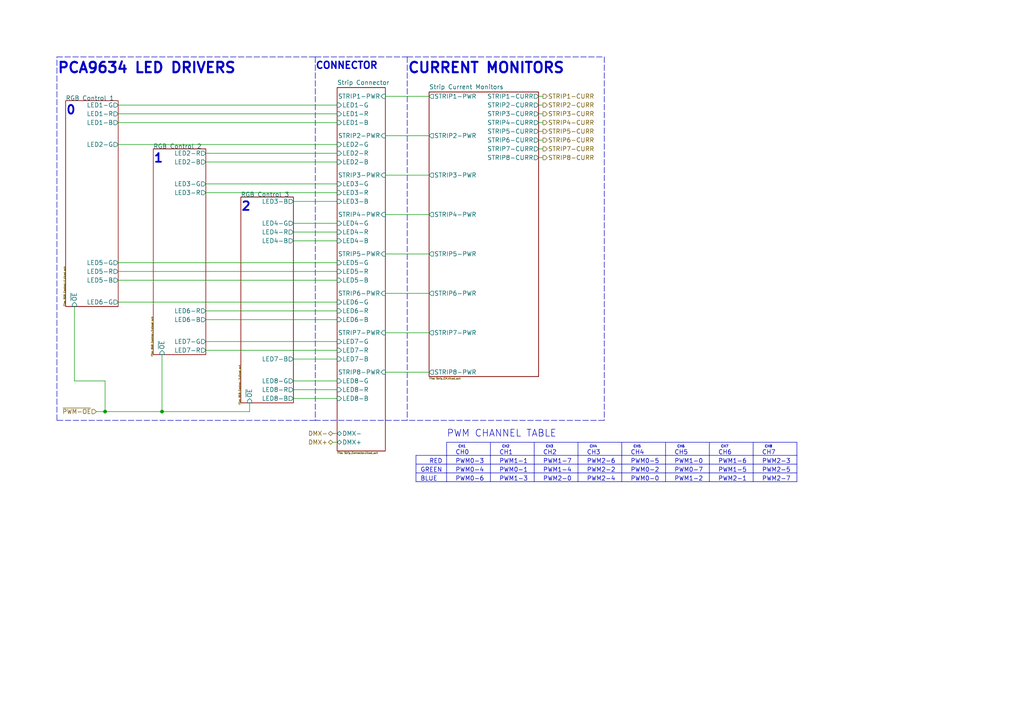
<source format=kicad_sch>
(kicad_sch (version 20211123) (generator eeschema)

  (uuid c95262c4-a813-4ccc-b529-1468aaff6d4c)

  (paper "A4")

  (title_block
    (title "LightDrum")
    (rev "REV9")
    (company "Daxxn Industries")
  )

  (lib_symbols
  )

  (junction (at 46.99 119.38) (diameter 0) (color 0 0 0 0)
    (uuid 2df052da-9c66-41fb-aeb4-0ca72f6d0ba8)
  )
  (junction (at 30.48 119.38) (diameter 0) (color 0 0 0 0)
    (uuid 5eb9d7b5-f1f2-482a-8c9a-52e5d4a05916)
  )

  (wire (pts (xy 85.09 67.31) (xy 97.79 67.31))
    (stroke (width 0) (type default) (color 0 0 0 0))
    (uuid 00a37d9e-e41f-4b1b-b164-45a9c93cd902)
  )
  (wire (pts (xy 34.29 81.28) (xy 97.79 81.28))
    (stroke (width 0) (type default) (color 0 0 0 0))
    (uuid 0191d565-6fe0-449a-a4d6-49a77cbf1760)
  )
  (wire (pts (xy 59.69 90.17) (xy 97.79 90.17))
    (stroke (width 0) (type default) (color 0 0 0 0))
    (uuid 0641a7de-0c0b-4ac8-9198-7028beb76e6b)
  )
  (polyline (pts (xy 218.44 132.08) (xy 218.44 139.7))
    (stroke (width 0) (type solid) (color 0 0 0 0))
    (uuid 0797359b-b51c-4172-83c0-56f9021bb620)
  )
  (polyline (pts (xy 91.44 16.51) (xy 118.11 16.51))
    (stroke (width 0) (type default) (color 0 0 0 0))
    (uuid 0b64d13a-c057-4a86-903d-97f6093347fd)
  )

  (wire (pts (xy 59.69 44.45) (xy 97.79 44.45))
    (stroke (width 0) (type default) (color 0 0 0 0))
    (uuid 0c7b5e43-ee90-4cac-a5e1-7a7209245901)
  )
  (polyline (pts (xy 129.54 132.08) (xy 120.65 132.08))
    (stroke (width 0) (type solid) (color 0 0 0 0))
    (uuid 1a61633f-156d-4a9f-9c85-b25c77666585)
  )
  (polyline (pts (xy 129.54 128.27) (xy 231.14 128.27))
    (stroke (width 0) (type solid) (color 0 0 0 0))
    (uuid 1aa8a157-c7bc-40d1-8607-2571d22d40e3)
  )

  (wire (pts (xy 59.69 99.06) (xy 97.79 99.06))
    (stroke (width 0) (type default) (color 0 0 0 0))
    (uuid 1adba395-c9b1-49f3-a287-b323a64cc013)
  )
  (wire (pts (xy 111.76 39.37) (xy 124.46 39.37))
    (stroke (width 0) (type default) (color 0 0 0 0))
    (uuid 1ea61292-0dd0-4382-8ad1-15eab9a7dfac)
  )
  (wire (pts (xy 156.21 43.18) (xy 157.48 43.18))
    (stroke (width 0) (type default) (color 0 0 0 0))
    (uuid 25137cec-889f-46ff-bb6c-4d742d4db27e)
  )
  (wire (pts (xy 85.09 69.85) (xy 97.79 69.85))
    (stroke (width 0) (type default) (color 0 0 0 0))
    (uuid 26881f0b-83c6-42f2-9f3d-623ddc4fc4bb)
  )
  (wire (pts (xy 111.76 50.8) (xy 124.46 50.8))
    (stroke (width 0) (type default) (color 0 0 0 0))
    (uuid 26c6204f-3964-4fc1-8a98-71c3f1833593)
  )
  (wire (pts (xy 59.69 46.99) (xy 97.79 46.99))
    (stroke (width 0) (type default) (color 0 0 0 0))
    (uuid 2dd3fe73-e462-4ba3-ab31-5ffd5b764027)
  )
  (wire (pts (xy 34.29 33.02) (xy 97.79 33.02))
    (stroke (width 0) (type default) (color 0 0 0 0))
    (uuid 33e4768d-4250-4b16-bc8b-0ab35a743cdc)
  )
  (polyline (pts (xy 175.26 121.92) (xy 118.11 121.92))
    (stroke (width 0) (type default) (color 0 0 0 0))
    (uuid 354a7818-68d3-438c-b882-dc5b3de746b6)
  )

  (wire (pts (xy 59.69 55.88) (xy 97.79 55.88))
    (stroke (width 0) (type default) (color 0 0 0 0))
    (uuid 3625d8a8-ab0c-40c9-8bf8-e65fc56b408f)
  )
  (polyline (pts (xy 231.14 139.7) (xy 129.54 139.7))
    (stroke (width 0) (type solid) (color 0 0 0 0))
    (uuid 39e48209-95b8-454d-a3ad-2994fb8b8c0a)
  )

  (wire (pts (xy 21.59 110.49) (xy 30.48 110.49))
    (stroke (width 0) (type default) (color 0 0 0 0))
    (uuid 3a272c8b-77d5-49b4-831b-a4471c8f1c2f)
  )
  (polyline (pts (xy 218.44 128.27) (xy 218.44 132.08))
    (stroke (width 0) (type solid) (color 0 0 0 0))
    (uuid 3a57952f-4f42-467d-8e39-93265f803ece)
  )
  (polyline (pts (xy 142.24 132.08) (xy 142.24 139.7))
    (stroke (width 0) (type solid) (color 0 0 0 0))
    (uuid 3b535852-40ca-4994-9b69-4a3cf6cec293)
  )
  (polyline (pts (xy 193.04 132.08) (xy 193.04 139.7))
    (stroke (width 0) (type solid) (color 0 0 0 0))
    (uuid 3db4c360-a749-46ae-9264-74945c6cc152)
  )

  (wire (pts (xy 46.99 102.87) (xy 46.99 119.38))
    (stroke (width 0) (type default) (color 0 0 0 0))
    (uuid 3eeaf8b5-d5fb-4f4b-95c7-ab565397cd35)
  )
  (wire (pts (xy 156.21 35.56) (xy 157.48 35.56))
    (stroke (width 0) (type default) (color 0 0 0 0))
    (uuid 403ae7d7-3479-4951-a57c-ac309a3cb02d)
  )
  (wire (pts (xy 21.59 88.9) (xy 21.59 110.49))
    (stroke (width 0) (type default) (color 0 0 0 0))
    (uuid 4565c5d7-dc52-460f-b61c-37dc3705f544)
  )
  (wire (pts (xy 30.48 110.49) (xy 30.48 119.38))
    (stroke (width 0) (type default) (color 0 0 0 0))
    (uuid 477339df-ce11-48f7-bc9a-eec0bd28c610)
  )
  (wire (pts (xy 111.76 27.94) (xy 124.46 27.94))
    (stroke (width 0) (type default) (color 0 0 0 0))
    (uuid 4d9d4fe6-a1b4-44cb-b04e-9480029adcfe)
  )
  (polyline (pts (xy 167.64 128.27) (xy 167.64 132.08))
    (stroke (width 0) (type solid) (color 0 0 0 0))
    (uuid 518bdfff-775a-456e-bd0c-afbcdc6744ed)
  )

  (wire (pts (xy 111.76 62.23) (xy 124.46 62.23))
    (stroke (width 0) (type default) (color 0 0 0 0))
    (uuid 54880616-24c6-48d8-b15a-94831269ecaa)
  )
  (wire (pts (xy 156.21 45.72) (xy 157.48 45.72))
    (stroke (width 0) (type default) (color 0 0 0 0))
    (uuid 58abcc9d-b4f1-4ee3-b727-6bb148b2e5d4)
  )
  (wire (pts (xy 72.39 116.84) (xy 72.39 119.38))
    (stroke (width 0) (type default) (color 0 0 0 0))
    (uuid 5911381a-c143-447f-bb0a-735e0f09b9ca)
  )
  (wire (pts (xy 34.29 35.56) (xy 97.79 35.56))
    (stroke (width 0) (type default) (color 0 0 0 0))
    (uuid 59c184a2-6958-4159-9b1b-3355129a3e73)
  )
  (wire (pts (xy 59.69 101.6) (xy 97.79 101.6))
    (stroke (width 0) (type default) (color 0 0 0 0))
    (uuid 59d96e9b-60d5-4340-948a-69aaab1aef68)
  )
  (wire (pts (xy 85.09 58.42) (xy 97.79 58.42))
    (stroke (width 0) (type default) (color 0 0 0 0))
    (uuid 5c1cfc6f-b71d-46fd-83b2-4ea9388868a5)
  )
  (wire (pts (xy 111.76 96.52) (xy 124.46 96.52))
    (stroke (width 0) (type default) (color 0 0 0 0))
    (uuid 5c912929-4866-444f-8867-48c822e5a9bf)
  )
  (polyline (pts (xy 118.11 16.51) (xy 175.26 16.51))
    (stroke (width 0) (type default) (color 0 0 0 0))
    (uuid 6a67d063-7512-44d8-8d3b-ff66c310ed4c)
  )

  (wire (pts (xy 111.76 73.66) (xy 124.46 73.66))
    (stroke (width 0) (type default) (color 0 0 0 0))
    (uuid 6c0607c2-3a2f-4583-b257-0c0e6093bf68)
  )
  (wire (pts (xy 59.69 92.71) (xy 97.79 92.71))
    (stroke (width 0) (type default) (color 0 0 0 0))
    (uuid 7321a59f-4e68-4faa-b253-34f5171810b2)
  )
  (polyline (pts (xy 120.65 134.62) (xy 129.54 134.62))
    (stroke (width 0) (type solid) (color 0 0 0 0))
    (uuid 738c65b4-ab97-4023-be33-83e291e7f784)
  )

  (wire (pts (xy 156.21 38.1) (xy 157.48 38.1))
    (stroke (width 0) (type default) (color 0 0 0 0))
    (uuid 79b0c9cc-6791-4ee2-88aa-16497ae99717)
  )
  (wire (pts (xy 30.48 119.38) (xy 46.99 119.38))
    (stroke (width 0) (type default) (color 0 0 0 0))
    (uuid 7db1fbbb-350c-4e0b-8e4e-886319b742ad)
  )
  (polyline (pts (xy 120.65 139.7) (xy 129.54 139.7))
    (stroke (width 0) (type solid) (color 0 0 0 0))
    (uuid 81feee81-4b93-466f-a5ce-26a5e3812a59)
  )

  (wire (pts (xy 156.21 33.02) (xy 157.48 33.02))
    (stroke (width 0) (type default) (color 0 0 0 0))
    (uuid 82dd6b4e-f566-4fb1-aab4-cc613d87e575)
  )
  (wire (pts (xy 34.29 30.48) (xy 97.79 30.48))
    (stroke (width 0) (type default) (color 0 0 0 0))
    (uuid 87e5ce81-fde2-4438-9db1-c6068bc9ebb8)
  )
  (wire (pts (xy 34.29 78.74) (xy 97.79 78.74))
    (stroke (width 0) (type default) (color 0 0 0 0))
    (uuid 8a86d550-9510-4acf-95ed-6d217e654d3d)
  )
  (polyline (pts (xy 129.54 134.62) (xy 231.14 134.62))
    (stroke (width 0) (type solid) (color 0 0 0 0))
    (uuid 8b7b56ca-46e7-4963-a039-2e71352ebf4c)
  )

  (wire (pts (xy 111.76 107.95) (xy 124.46 107.95))
    (stroke (width 0) (type default) (color 0 0 0 0))
    (uuid 8b829635-f911-4f37-a091-bd2fca939fa4)
  )
  (wire (pts (xy 85.09 104.14) (xy 97.79 104.14))
    (stroke (width 0) (type default) (color 0 0 0 0))
    (uuid 92677b6b-003d-448a-b764-0944a9930518)
  )
  (wire (pts (xy 156.21 40.64) (xy 157.48 40.64))
    (stroke (width 0) (type default) (color 0 0 0 0))
    (uuid 928e4f75-360e-4026-b0b8-04cdd2d0e37f)
  )
  (polyline (pts (xy 205.74 128.27) (xy 205.74 132.08))
    (stroke (width 0) (type solid) (color 0 0 0 0))
    (uuid 979636d0-c5da-421b-899b-d2e4cbee532b)
  )
  (polyline (pts (xy 180.34 132.08) (xy 180.34 139.7))
    (stroke (width 0) (type solid) (color 0 0 0 0))
    (uuid 9e926100-7be4-4d5e-8a66-be62d46fa36e)
  )

  (wire (pts (xy 85.09 110.49) (xy 97.79 110.49))
    (stroke (width 0) (type default) (color 0 0 0 0))
    (uuid 9f20f084-0f14-4a46-b33d-a1e7d524882f)
  )
  (polyline (pts (xy 16.51 121.92) (xy 16.51 16.51))
    (stroke (width 0) (type default) (color 0 0 0 0))
    (uuid 9fefe227-55ec-42f6-ad87-d4b0c111b3fa)
  )
  (polyline (pts (xy 154.94 132.08) (xy 154.94 139.7))
    (stroke (width 0) (type solid) (color 0 0 0 0))
    (uuid 9ff0c804-5671-445d-be22-c4acb3a87f27)
  )

  (wire (pts (xy 156.21 30.48) (xy 157.48 30.48))
    (stroke (width 0) (type default) (color 0 0 0 0))
    (uuid a44eaa2f-ddd5-4d19-a3bd-b0f6dcfe91dd)
  )
  (wire (pts (xy 46.99 119.38) (xy 72.39 119.38))
    (stroke (width 0) (type default) (color 0 0 0 0))
    (uuid a721b73b-1d70-4b9a-ab93-b27d7ac87e3b)
  )
  (wire (pts (xy 34.29 76.2) (xy 97.79 76.2))
    (stroke (width 0) (type default) (color 0 0 0 0))
    (uuid af0c640f-dec8-4dc5-b166-1ad1bc5a5fa3)
  )
  (polyline (pts (xy 118.11 16.51) (xy 118.11 121.92))
    (stroke (width 0) (type default) (color 0 0 0 0))
    (uuid bad44277-ebfe-45d0-ae00-d85b9372a6c3)
  )
  (polyline (pts (xy 205.74 132.08) (xy 205.74 139.7))
    (stroke (width 0) (type solid) (color 0 0 0 0))
    (uuid bd9f9752-0b62-4b31-8aac-daddbf637836)
  )
  (polyline (pts (xy 180.34 128.27) (xy 180.34 132.08))
    (stroke (width 0) (type solid) (color 0 0 0 0))
    (uuid c17a6e08-9d0f-42f9-8989-43417285d8f7)
  )
  (polyline (pts (xy 129.54 137.16) (xy 231.14 137.16))
    (stroke (width 0) (type solid) (color 0 0 0 0))
    (uuid c3803199-b1f9-4e23-8d35-f31e21dae0b1)
  )

  (wire (pts (xy 85.09 64.77) (xy 97.79 64.77))
    (stroke (width 0) (type default) (color 0 0 0 0))
    (uuid c8100342-3860-4b5f-bfda-536f84f56462)
  )
  (wire (pts (xy 85.09 115.57) (xy 97.79 115.57))
    (stroke (width 0) (type default) (color 0 0 0 0))
    (uuid c8626cae-1412-4f38-99c0-855894a1e18a)
  )
  (wire (pts (xy 34.29 87.63) (xy 97.79 87.63))
    (stroke (width 0) (type default) (color 0 0 0 0))
    (uuid c97c3948-3198-41f1-b505-689a087666e7)
  )
  (polyline (pts (xy 231.14 132.08) (xy 231.14 139.7))
    (stroke (width 0) (type solid) (color 0 0 0 0))
    (uuid cb20dedd-c678-4d7e-b310-0959ee8ccdca)
  )
  (polyline (pts (xy 129.54 132.08) (xy 129.54 139.7))
    (stroke (width 0) (type solid) (color 0 0 0 0))
    (uuid ced9c057-ce14-4720-9155-5725ea0236ff)
  )
  (polyline (pts (xy 175.26 16.51) (xy 175.26 121.92))
    (stroke (width 0) (type default) (color 0 0 0 0))
    (uuid d3abb492-0d3d-4dfb-9f45-e5d669be8a09)
  )
  (polyline (pts (xy 142.24 128.27) (xy 142.24 132.08))
    (stroke (width 0) (type solid) (color 0 0 0 0))
    (uuid d5889f18-703f-4a83-99c5-712ca77024bd)
  )

  (wire (pts (xy 27.94 119.38) (xy 30.48 119.38))
    (stroke (width 0) (type default) (color 0 0 0 0))
    (uuid d5e037bd-b558-4b76-be41-4615374062ec)
  )
  (polyline (pts (xy 118.11 121.92) (xy 91.44 121.92))
    (stroke (width 0) (type default) (color 0 0 0 0))
    (uuid d7218113-db8a-42d0-abf1-c4627c09c37e)
  )

  (wire (pts (xy 111.76 85.09) (xy 124.46 85.09))
    (stroke (width 0) (type default) (color 0 0 0 0))
    (uuid d80d3eab-3077-4258-af0e-1433589b688a)
  )
  (polyline (pts (xy 120.65 132.08) (xy 120.65 139.7))
    (stroke (width 0) (type solid) (color 0 0 0 0))
    (uuid dd5fb0be-18da-4e7c-9f9f-ea8ae7a8e284)
  )
  (polyline (pts (xy 129.54 132.08) (xy 129.54 128.27))
    (stroke (width 0) (type solid) (color 0 0 0 0))
    (uuid e2f68b06-dece-4998-98d7-42c8f30bb065)
  )
  (polyline (pts (xy 91.44 16.51) (xy 91.44 121.92))
    (stroke (width 0) (type default) (color 0 0 0 0))
    (uuid e41266c2-544b-45f8-990c-b11fb530c3c8)
  )
  (polyline (pts (xy 154.94 128.27) (xy 154.94 132.08))
    (stroke (width 0) (type solid) (color 0 0 0 0))
    (uuid e425007a-5d27-4c6b-8ed5-c554808736fb)
  )
  (polyline (pts (xy 231.14 128.27) (xy 231.14 132.08))
    (stroke (width 0) (type solid) (color 0 0 0 0))
    (uuid e8212de4-37cd-472e-9ce4-98f6e8b6aaa3)
  )
  (polyline (pts (xy 16.51 16.51) (xy 91.44 16.51))
    (stroke (width 0) (type default) (color 0 0 0 0))
    (uuid ee1d4fa2-621b-44d3-9324-483daa0dbef1)
  )

  (wire (pts (xy 156.21 27.94) (xy 157.48 27.94))
    (stroke (width 0) (type default) (color 0 0 0 0))
    (uuid ef08e66a-deb1-4162-a0a7-e9fa691e96b5)
  )
  (polyline (pts (xy 120.65 137.16) (xy 129.54 137.16))
    (stroke (width 0) (type solid) (color 0 0 0 0))
    (uuid efeb06c4-25a2-4586-a096-2bec12f9b8b1)
  )
  (polyline (pts (xy 129.54 132.08) (xy 231.14 132.08))
    (stroke (width 0) (type solid) (color 0 0 0 0))
    (uuid f127c89f-4a8a-4c45-b090-cc3a5ffa5ef1)
  )

  (wire (pts (xy 96.52 125.73) (xy 97.79 125.73))
    (stroke (width 0) (type default) (color 0 0 0 0))
    (uuid f19b8b13-c8f7-42df-841d-f811fa9b7096)
  )
  (polyline (pts (xy 91.44 121.92) (xy 16.51 121.92))
    (stroke (width 0) (type default) (color 0 0 0 0))
    (uuid f68e9663-8803-4f28-ac57-36ac3b6e873b)
  )

  (wire (pts (xy 96.52 128.27) (xy 97.79 128.27))
    (stroke (width 0) (type default) (color 0 0 0 0))
    (uuid f973dadb-569c-44d7-8b21-0525fb9b2701)
  )
  (polyline (pts (xy 193.04 128.27) (xy 193.04 132.08))
    (stroke (width 0) (type solid) (color 0 0 0 0))
    (uuid f9b7130d-5858-4b20-ace9-b68258a6e73b)
  )

  (wire (pts (xy 34.29 41.91) (xy 97.79 41.91))
    (stroke (width 0) (type default) (color 0 0 0 0))
    (uuid fa07fda9-6c62-4876-bea9-a0914922159c)
  )
  (polyline (pts (xy 167.64 132.08) (xy 167.64 139.7))
    (stroke (width 0) (type solid) (color 0 0 0 0))
    (uuid fab48c9f-b39a-4539-b709-7a33a4a42f63)
  )

  (wire (pts (xy 85.09 113.03) (xy 97.79 113.03))
    (stroke (width 0) (type default) (color 0 0 0 0))
    (uuid fad536a4-7dc8-4970-a917-46a9f0d0fcb6)
  )
  (wire (pts (xy 59.69 53.34) (xy 97.79 53.34))
    (stroke (width 0) (type default) (color 0 0 0 0))
    (uuid fad7f819-9791-44c4-83b7-f3c7d3913654)
  )

  (text "CH7" (at 220.98 132.08 0)
    (effects (font (size 1.27 1.27)) (justify left bottom))
    (uuid 0aa11e74-55a0-43d9-8aee-547d1e70b18e)
  )
  (text "CONNECTOR" (at 91.44 20.32 0)
    (effects (font (size 2 2) bold) (justify left bottom))
    (uuid 0addf5fa-8363-426f-bc14-941226e354bc)
  )
  (text "PWM1-6" (at 208.28 134.62 0)
    (effects (font (size 1.27 1.27)) (justify left bottom))
    (uuid 1ee0b841-0376-4c42-a768-a696819cac0c)
  )
  (text "CH5" (at 183.642 130.048 0)
    (effects (font (size 0.7 0.7)) (justify left bottom))
    (uuid 1f16b935-9cf0-4678-b2a3-9a4170b1daa9)
  )
  (text "PWM0-0" (at 182.88 139.7 0)
    (effects (font (size 1.27 1.27)) (justify left bottom))
    (uuid 2102553d-46b8-4fe7-9fc8-bed5e6331d2e)
  )
  (text "CH3" (at 158.242 130.048 0)
    (effects (font (size 0.7 0.7)) (justify left bottom))
    (uuid 226ec352-4dd5-4f91-8e05-45c3dbdef87e)
  )
  (text "CH3" (at 170.18 132.08 0)
    (effects (font (size 1.27 1.27)) (justify left bottom))
    (uuid 244a9bff-fad0-4070-811a-ad148eff6f83)
  )
  (text "PWM1-2" (at 195.58 139.7 0)
    (effects (font (size 1.27 1.27)) (justify left bottom))
    (uuid 25f9dbb1-eefe-4180-a5b6-3425249e68b0)
  )
  (text "PWM1-5" (at 208.28 137.16 0)
    (effects (font (size 1.27 1.27)) (justify left bottom))
    (uuid 28389091-c3be-4697-aa3b-ce24f5460c13)
  )
  (text "CH2" (at 145.542 130.048 0)
    (effects (font (size 0.7 0.7)) (justify left bottom))
    (uuid 311be11f-dcf5-4549-9d91-8ee400240e6d)
  )
  (text "PWM1-7" (at 157.48 134.62 0)
    (effects (font (size 1.27 1.27)) (justify left bottom))
    (uuid 3202fded-24a5-4b6f-a0a0-90630a938a4b)
  )
  (text "PWM CHANNEL TABLE" (at 129.54 127 0)
    (effects (font (size 2 2)) (justify left bottom))
    (uuid 3aae5400-639c-42b3-ad28-aed719ec549d)
  )
  (text "GREEN" (at 121.92 137.16 0)
    (effects (font (size 1.27 1.27)) (justify left bottom))
    (uuid 50e211e0-0f04-45c5-bc47-eac565c72a38)
  )
  (text "PWM2-5" (at 220.98 137.16 0)
    (effects (font (size 1.27 1.27)) (justify left bottom))
    (uuid 54381428-9917-48e5-b647-ee3b549a7fe4)
  )
  (text "CH5" (at 195.58 132.08 0)
    (effects (font (size 1.27 1.27)) (justify left bottom))
    (uuid 5685e99e-ba7e-4c8d-a3d8-8fe2d18b6a06)
  )
  (text "PCA9634 LED DRIVERS" (at 16.51 21.59 0)
    (effects (font (size 3 3) bold) (justify left bottom))
    (uuid 56dc5bbb-f8bf-4a73-b15d-7fea8a6d67e4)
  )
  (text "BLUE" (at 121.92 139.7 0)
    (effects (font (size 1.27 1.27)) (justify left bottom))
    (uuid 57f8a5d5-3b55-4c8d-bb0c-98c0c72f1fa8)
  )
  (text "CURRENT MONITORS" (at 118.11 21.59 0)
    (effects (font (size 3 3) bold) (justify left bottom))
    (uuid 5892e07d-b02a-43f5-b341-0b5daa89e502)
  )
  (text "PWM1-3" (at 144.78 139.7 0)
    (effects (font (size 1.27 1.27)) (justify left bottom))
    (uuid 61162c54-98b1-4060-8516-84866e59a543)
  )
  (text "CH6" (at 208.28 132.08 0)
    (effects (font (size 1.27 1.27)) (justify left bottom))
    (uuid 61d13cee-4f2e-474a-83cd-b170ceb0626e)
  )
  (text "CH4" (at 182.88 132.08 0)
    (effects (font (size 1.27 1.27)) (justify left bottom))
    (uuid 64c3b56e-9893-49f5-8367-6228bbe40788)
  )
  (text "PWM0-4" (at 132.08 137.16 0)
    (effects (font (size 1.27 1.27)) (justify left bottom))
    (uuid 675c4f34-6153-4762-a47d-cfa7ff489549)
  )
  (text "2" (at 69.85 61.468 0)
    (effects (font (size 2.5 2.5) bold) (justify left bottom))
    (uuid 6cfc3f39-6a71-4a3e-a1d9-74db01a08ac6)
  )
  (text "CH6" (at 196.342 130.048 0)
    (effects (font (size 0.7 0.7)) (justify left bottom))
    (uuid 71c750f4-1198-46b4-8fe4-d9fe0762dfa8)
  )
  (text "CH7" (at 209.042 130.048 0)
    (effects (font (size 0.7 0.7)) (justify left bottom))
    (uuid 745c1acd-97d3-4dd7-add2-6bd4bdb23aa8)
  )
  (text "CH1" (at 144.78 132.08 0)
    (effects (font (size 1.27 1.27)) (justify left bottom))
    (uuid 7987f807-5656-4d36-84be-abf18ff1b986)
  )
  (text "CH0" (at 132.08 132.08 0)
    (effects (font (size 1.27 1.27)) (justify left bottom))
    (uuid 8b8d16cf-c006-49ad-9970-e3d988d42355)
  )
  (text "PWM0-6" (at 132.08 139.7 0)
    (effects (font (size 1.27 1.27)) (justify left bottom))
    (uuid 8d3dd787-642c-4e6b-8869-bdc931aea9c9)
  )
  (text "PWM1-1" (at 144.78 134.62 0)
    (effects (font (size 1.27 1.27)) (justify left bottom))
    (uuid 9cbeeebb-87a4-476f-872c-c267fe1a2c28)
  )
  (text "PWM0-3" (at 132.08 134.62 0)
    (effects (font (size 1.27 1.27)) (justify left bottom))
    (uuid 9e70d1b5-c403-4bfa-8bb0-c1ad32f7e3ea)
  )
  (text "PWM0-7" (at 195.58 137.16 0)
    (effects (font (size 1.27 1.27)) (justify left bottom))
    (uuid a1b6721f-650d-4da5-9eb9-e43018f435a1)
  )
  (text "PWM1-0" (at 195.58 134.62 0)
    (effects (font (size 1.27 1.27)) (justify left bottom))
    (uuid a304d122-e15f-4002-a706-251bbc3591d3)
  )
  (text "PWM2-0" (at 157.48 139.7 0)
    (effects (font (size 1.27 1.27)) (justify left bottom))
    (uuid a49bfa09-8cdf-43d6-bba8-31fb9bbbd2a6)
  )
  (text "CH4" (at 170.942 130.048 0)
    (effects (font (size 0.7 0.7)) (justify left bottom))
    (uuid a5ee8a71-96a7-4f8d-b0c3-55a2a730c915)
  )
  (text "0" (at 19.05 33.528 0)
    (effects (font (size 2.5 2.5) bold) (justify left bottom))
    (uuid a6a36e83-c3eb-4dcd-93fb-2f9617c35a0b)
  )
  (text "PWM1-4" (at 157.48 137.16 0)
    (effects (font (size 1.27 1.27)) (justify left bottom))
    (uuid ace62053-573c-4a15-876e-3e425f39b3c6)
  )
  (text "PWM2-1" (at 208.28 139.7 0)
    (effects (font (size 1.27 1.27)) (justify left bottom))
    (uuid b1de71b3-16e3-4020-a2e5-33850a754a72)
  )
  (text "PWM0-2" (at 182.88 137.16 0)
    (effects (font (size 1.27 1.27)) (justify left bottom))
    (uuid bc1d47a3-6742-4fec-acf5-a3e8b0bd86b9)
  )
  (text "PWM2-2" (at 170.18 137.16 0)
    (effects (font (size 1.27 1.27)) (justify left bottom))
    (uuid c48a0e44-48c3-4831-8bba-1a37f7ab2e9d)
  )
  (text "PWM0-1" (at 144.78 137.16 0)
    (effects (font (size 1.27 1.27)) (justify left bottom))
    (uuid cc1e250f-b05b-4124-8dd4-5f0719a1560e)
  )
  (text "CH1" (at 132.842 130.048 0)
    (effects (font (size 0.7 0.7)) (justify left bottom))
    (uuid d36abe17-6b44-442b-b706-ee1da036fd73)
  )
  (text "RED" (at 124.46 134.62 0)
    (effects (font (size 1.27 1.27)) (justify left bottom))
    (uuid d3fee566-09ad-4044-a746-7b4ae4719f86)
  )
  (text "PWM0-5" (at 182.88 134.62 0)
    (effects (font (size 1.27 1.27)) (justify left bottom))
    (uuid d663a5cb-5e0c-4bfe-87e6-262e9a109c86)
  )
  (text "PWM2-4" (at 170.18 139.7 0)
    (effects (font (size 1.27 1.27)) (justify left bottom))
    (uuid d84cc287-7ba7-4ca3-a49b-7c170529713f)
  )
  (text "CH8" (at 221.742 130.048 0)
    (effects (font (size 0.7 0.7)) (justify left bottom))
    (uuid d856c39a-16ce-4344-a763-ec11b735252e)
  )
  (text "CH2" (at 157.48 132.08 0)
    (effects (font (size 1.27 1.27)) (justify left bottom))
    (uuid db0fcbe6-e44d-4ea8-b34b-36e63044e781)
  )
  (text "PWM2-6" (at 170.18 134.62 0)
    (effects (font (size 1.27 1.27)) (justify left bottom))
    (uuid e0621e57-d4e4-4fd5-9470-c3e12eda35aa)
  )
  (text "PWM2-3" (at 220.98 134.62 0)
    (effects (font (size 1.27 1.27)) (justify left bottom))
    (uuid ebd7c2dc-f3ec-43bb-a31f-7b971a0f4ff2)
  )
  (text "PWM2-7" (at 220.98 139.7 0)
    (effects (font (size 1.27 1.27)) (justify left bottom))
    (uuid f40734bf-7337-4f6f-9d7b-e970ceaa83e3)
  )
  (text "1" (at 44.45 47.498 0)
    (effects (font (size 2.5 2.5) bold) (justify left bottom))
    (uuid fc274c66-569d-4d89-8b80-a6fc8364df93)
  )

  (hierarchical_label "STRIP5-CURR" (shape output) (at 157.48 38.1 0)
    (effects (font (size 1.27 1.27)) (justify left))
    (uuid 0c9a8d2a-5303-41be-9b57-cf72597d3c22)
  )
  (hierarchical_label "~{PWM-OE}" (shape input) (at 27.94 119.38 180)
    (effects (font (size 1.27 1.27)) (justify right))
    (uuid 0d69fae5-f191-46f0-b9be-4553a968ef3a)
  )
  (hierarchical_label "STRIP7-CURR" (shape output) (at 157.48 43.18 0)
    (effects (font (size 1.27 1.27)) (justify left))
    (uuid 2ac7d3a7-5e17-4d48-b8f7-5255fcf916b9)
  )
  (hierarchical_label "STRIP1-CURR" (shape output) (at 157.48 27.94 0)
    (effects (font (size 1.27 1.27)) (justify left))
    (uuid 4b21a401-6cfa-4364-9253-26c272ae6490)
  )
  (hierarchical_label "STRIP6-CURR" (shape output) (at 157.48 40.64 0)
    (effects (font (size 1.27 1.27)) (justify left))
    (uuid 53e84ce9-7fa3-4fe0-a372-20ffe4f2b58b)
  )
  (hierarchical_label "DMX+" (shape bidirectional) (at 96.52 128.27 180)
    (effects (font (size 1.27 1.27)) (justify right))
    (uuid 646494ac-23a1-45c7-9c69-c4ed43e51750)
  )
  (hierarchical_label "STRIP3-CURR" (shape output) (at 157.48 33.02 0)
    (effects (font (size 1.27 1.27)) (justify left))
    (uuid 6d6548c8-64cc-4a65-8f62-ef5a92193a5d)
  )
  (hierarchical_label "STRIP2-CURR" (shape output) (at 157.48 30.48 0)
    (effects (font (size 1.27 1.27)) (justify left))
    (uuid 9f29a6b5-6d80-41ed-8208-878f0a6763cf)
  )
  (hierarchical_label "STRIP8-CURR" (shape output) (at 157.48 45.72 0)
    (effects (font (size 1.27 1.27)) (justify left))
    (uuid bac6516a-7789-4161-ba12-12e1c36896a7)
  )
  (hierarchical_label "STRIP4-CURR" (shape output) (at 157.48 35.56 0)
    (effects (font (size 1.27 1.27)) (justify left))
    (uuid dd35fe84-560c-4ae3-b72d-6a738f614c6a)
  )
  (hierarchical_label "DMX-" (shape bidirectional) (at 96.52 125.73 180)
    (effects (font (size 1.27 1.27)) (justify right))
    (uuid ddf10f74-64ba-4e3e-8c9b-15fc55ed6e5c)
  )

  (sheet (at 69.85 57.15) (size 15.24 59.69)
    (stroke (width 0.1524) (type solid) (color 0 0 0 0))
    (fill (color 0 0 0 0.0000))
    (uuid 0e37c9c0-d317-4196-88ac-cfb2db6cd68d)
    (property "Sheet name" "RGB Control 3" (id 0) (at 69.85 57.15 0)
      (effects (font (size 1.27 1.27)) (justify left bottom))
    )
    (property "Sheet file" "RGB_Control-3.kicad_sch" (id 1) (at 69.85 117.4246 90)
      (effects (font (size 0.5 0.5)) (justify left bottom))
    )
    (pin "LED8-B" output (at 85.09 115.57 0)
      (effects (font (size 1.27 1.27)) (justify right))
      (uuid e94c8a43-0e13-4aa2-babe-10d03f5439a7)
    )
    (pin "LED8-G" output (at 85.09 110.49 0)
      (effects (font (size 1.27 1.27)) (justify right))
      (uuid d98ff2fc-9320-4e8b-bf09-771b923b0ead)
    )
    (pin "LED8-R" output (at 85.09 113.03 0)
      (effects (font (size 1.27 1.27)) (justify right))
      (uuid 698f7db3-f7e8-4524-97db-072ac055b646)
    )
    (pin "LED4-B" output (at 85.09 69.85 0)
      (effects (font (size 1.27 1.27)) (justify right))
      (uuid e9dc5a8f-b6f8-4e8c-a2c0-27b2f99115ad)
    )
    (pin "LED7-B" output (at 85.09 104.14 0)
      (effects (font (size 1.27 1.27)) (justify right))
      (uuid 82d5546b-d426-48d3-899d-989cf3254011)
    )
    (pin "LED4-G" output (at 85.09 64.77 0)
      (effects (font (size 1.27 1.27)) (justify right))
      (uuid 0fdf3488-6e4b-474b-a1fd-bc8f376c1f61)
    )
    (pin "LED3-B" output (at 85.09 58.42 0)
      (effects (font (size 1.27 1.27)) (justify right))
      (uuid 2ffd99cf-3f46-4070-87ea-140fcd49c084)
    )
    (pin "LED4-R" output (at 85.09 67.31 0)
      (effects (font (size 1.27 1.27)) (justify right))
      (uuid 63ddcca6-e5dc-40db-850e-71c130e642cd)
    )
    (pin "~{OE}" input (at 72.39 116.84 270)
      (effects (font (size 1.27 1.27)) (justify left))
      (uuid bf670d83-2457-41c9-8187-074b4bbc4df2)
    )
  )

  (sheet (at 44.45 43.18) (size 15.24 59.69)
    (stroke (width 0.1524) (type solid) (color 0 0 0 0))
    (fill (color 0 0 0 0.0000))
    (uuid 0f0bf008-795e-4a66-85a3-ac18f47b004a)
    (property "Sheet name" "RGB Control 2" (id 0) (at 44.45 43.18 0)
      (effects (font (size 1.27 1.27)) (justify left bottom))
    )
    (property "Sheet file" "RGB_Control-2.kicad_sch" (id 1) (at 44.45 103.4546 90)
      (effects (font (size 0.5 0.5)) (justify left bottom))
    )
    (pin "LED7-R" output (at 59.69 101.6 0)
      (effects (font (size 1.27 1.27)) (justify right))
      (uuid 312df749-58a2-4b4c-aa15-1a9602228ccf)
    )
    (pin "LED7-G" output (at 59.69 99.06 0)
      (effects (font (size 1.27 1.27)) (justify right))
      (uuid 378d2835-d439-42d5-bc42-7705ffda95e9)
    )
    (pin "LED6-B" output (at 59.69 92.71 0)
      (effects (font (size 1.27 1.27)) (justify right))
      (uuid 2b050bbc-0803-4f83-a894-f4adf27e7a9f)
    )
    (pin "LED3-R" output (at 59.69 55.88 0)
      (effects (font (size 1.27 1.27)) (justify right))
      (uuid 191bea23-37d5-45d3-8fe6-b6f24a4f2678)
    )
    (pin "LED6-R" output (at 59.69 90.17 0)
      (effects (font (size 1.27 1.27)) (justify right))
      (uuid fee169f4-fd96-4a83-832b-c15fdac01dc9)
    )
    (pin "LED2-B" output (at 59.69 46.99 0)
      (effects (font (size 1.27 1.27)) (justify right))
      (uuid 200784ca-c154-496d-8bd0-08f6c0a074e7)
    )
    (pin "LED2-R" output (at 59.69 44.45 0)
      (effects (font (size 1.27 1.27)) (justify right))
      (uuid 9719e917-3ff3-45f5-8961-3675842baa90)
    )
    (pin "LED3-G" output (at 59.69 53.34 0)
      (effects (font (size 1.27 1.27)) (justify right))
      (uuid 6ee486e7-3714-44b2-aefc-f8ae95a9a5e7)
    )
    (pin "~{OE}" input (at 46.99 102.87 270)
      (effects (font (size 1.27 1.27)) (justify left))
      (uuid ebd6052d-b022-4947-83ef-169adf87d6ec)
    )
  )

  (sheet (at 97.79 25.4) (size 13.97 105.41) (fields_autoplaced)
    (stroke (width 0.1524) (type solid) (color 0 0 0 0))
    (fill (color 0 0 0 0.0000))
    (uuid 75c45b3d-e09a-41c7-88e5-ae1bbc637da8)
    (property "Sheet name" "Strip Connector" (id 0) (at 97.79 24.6884 0)
      (effects (font (size 1.27 1.27)) (justify left bottom))
    )
    (property "Sheet file" "Strip_Connector.kicad_sch" (id 1) (at 97.79 131.0866 0)
      (effects (font (size 0.5 0.5)) (justify left top))
    )
    (pin "LED3-B" input (at 97.79 58.42 180)
      (effects (font (size 1.27 1.27)) (justify left))
      (uuid abf3cf93-2610-40db-bbb6-0a98ea0ff5e0)
    )
    (pin "LED7-B" input (at 97.79 104.14 180)
      (effects (font (size 1.27 1.27)) (justify left))
      (uuid 277bd149-dc48-4576-ba5a-aab2f9575303)
    )
    (pin "LED7-R" input (at 97.79 101.6 180)
      (effects (font (size 1.27 1.27)) (justify left))
      (uuid 2a654bb5-46fd-40af-9342-310258ee2580)
    )
    (pin "LED8-R" input (at 97.79 113.03 180)
      (effects (font (size 1.27 1.27)) (justify left))
      (uuid 6d83395b-0474-4b1f-aad7-0b2cda7ea667)
    )
    (pin "LED4-B" input (at 97.79 69.85 180)
      (effects (font (size 1.27 1.27)) (justify left))
      (uuid f31433fe-bbf6-4aa2-9653-bc3eed156c44)
    )
    (pin "LED4-G" input (at 97.79 64.77 180)
      (effects (font (size 1.27 1.27)) (justify left))
      (uuid ea71a486-c9bf-4cac-9dfd-7f8be4779e51)
    )
    (pin "STRIP4-PWR" input (at 111.76 62.23 0)
      (effects (font (size 1.27 1.27)) (justify right))
      (uuid 9669b2b2-8210-41de-bd00-c0046f7d414c)
    )
    (pin "LED8-G" input (at 97.79 110.49 180)
      (effects (font (size 1.27 1.27)) (justify left))
      (uuid e8ce2152-62ca-4961-90cb-03d5cf0658f7)
    )
    (pin "LED4-R" input (at 97.79 67.31 180)
      (effects (font (size 1.27 1.27)) (justify left))
      (uuid c3d4e788-3520-4777-bc8e-c982caf010ec)
    )
    (pin "STRIP8-PWR" input (at 111.76 107.95 0)
      (effects (font (size 1.27 1.27)) (justify right))
      (uuid eb5a3381-fdda-4859-8bff-b73d0404320c)
    )
    (pin "LED8-B" input (at 97.79 115.57 180)
      (effects (font (size 1.27 1.27)) (justify left))
      (uuid 63dd506c-1d7e-4e41-a82a-dfca162bffb6)
    )
    (pin "STRIP2-PWR" input (at 111.76 39.37 0)
      (effects (font (size 1.27 1.27)) (justify right))
      (uuid 58bf9669-8a31-4fa6-8ac0-63b3d3df1976)
    )
    (pin "LED5-B" input (at 97.79 81.28 180)
      (effects (font (size 1.27 1.27)) (justify left))
      (uuid 745bffee-1c86-4a23-8828-9cf1834545ca)
    )
    (pin "STRIP6-PWR" input (at 111.76 85.09 0)
      (effects (font (size 1.27 1.27)) (justify right))
      (uuid 971d5725-0084-41aa-ae4f-9e205a999420)
    )
    (pin "LED5-R" input (at 97.79 78.74 180)
      (effects (font (size 1.27 1.27)) (justify left))
      (uuid c8b9eb97-c4d2-4329-be93-ddc4b5fa864a)
    )
    (pin "LED1-B" input (at 97.79 35.56 180)
      (effects (font (size 1.27 1.27)) (justify left))
      (uuid d002c103-157b-454c-b014-0db952c8f5ba)
    )
    (pin "STRIP1-PWR" input (at 111.76 27.94 0)
      (effects (font (size 1.27 1.27)) (justify right))
      (uuid 88c57948-b3d6-4716-b028-5980425c8577)
    )
    (pin "STRIP5-PWR" input (at 111.76 73.66 0)
      (effects (font (size 1.27 1.27)) (justify right))
      (uuid 0ce93a07-c22e-4531-abfb-e7e7224b5726)
    )
    (pin "LED1-G" input (at 97.79 30.48 180)
      (effects (font (size 1.27 1.27)) (justify left))
      (uuid f8cd674c-4e7e-4d1c-b2b5-bfa093d316a6)
    )
    (pin "LED5-G" input (at 97.79 76.2 180)
      (effects (font (size 1.27 1.27)) (justify left))
      (uuid 8eac5512-6338-44dc-a797-f2ab07a0224a)
    )
    (pin "LED1-R" input (at 97.79 33.02 180)
      (effects (font (size 1.27 1.27)) (justify left))
      (uuid be026740-9d42-4549-8380-391ed68c1b76)
    )
    (pin "LED3-G" input (at 97.79 53.34 180)
      (effects (font (size 1.27 1.27)) (justify left))
      (uuid dede8aa8-12f1-49b3-b1d4-b418d42bf0d2)
    )
    (pin "STRIP7-PWR" input (at 111.76 96.52 0)
      (effects (font (size 1.27 1.27)) (justify right))
      (uuid 9224655d-3b4b-43c7-8444-bf684910f30b)
    )
    (pin "LED7-G" input (at 97.79 99.06 180)
      (effects (font (size 1.27 1.27)) (justify left))
      (uuid 0e694238-d6a5-441d-9763-451e74344e95)
    )
    (pin "LED3-R" input (at 97.79 55.88 180)
      (effects (font (size 1.27 1.27)) (justify left))
      (uuid 0734c4a5-8272-49da-8a09-b6d29b3b8f1f)
    )
    (pin "STRIP3-PWR" input (at 111.76 50.8 0)
      (effects (font (size 1.27 1.27)) (justify right))
      (uuid 4f9e20df-ce41-49a9-90ba-f9a0984aab63)
    )
    (pin "LED6-G" input (at 97.79 87.63 180)
      (effects (font (size 1.27 1.27)) (justify left))
      (uuid 5ad06182-faef-4bfb-bbd3-8aecbbee6bab)
    )
    (pin "LED2-R" input (at 97.79 44.45 180)
      (effects (font (size 1.27 1.27)) (justify left))
      (uuid fa5528dc-a08d-4c3a-bdf5-0e931c7c4198)
    )
    (pin "LED2-G" input (at 97.79 41.91 180)
      (effects (font (size 1.27 1.27)) (justify left))
      (uuid d2f37333-9dd8-43ce-8739-14117995bf39)
    )
    (pin "LED2-B" input (at 97.79 46.99 180)
      (effects (font (size 1.27 1.27)) (justify left))
      (uuid 931c7a39-f68e-4a73-808d-f51ef6ca7247)
    )
    (pin "LED6-B" input (at 97.79 92.71 180)
      (effects (font (size 1.27 1.27)) (justify left))
      (uuid 28f7ba77-4d18-47eb-a095-a9e9cb45dadc)
    )
    (pin "LED6-R" input (at 97.79 90.17 180)
      (effects (font (size 1.27 1.27)) (justify left))
      (uuid 59304474-5f7e-4f31-b0d8-d6124aed610c)
    )
    (pin "DMX-" bidirectional (at 97.79 125.73 180)
      (effects (font (size 1.27 1.27)) (justify left))
      (uuid b1c84a3c-8642-4ff3-8ff6-8240308c4b33)
    )
    (pin "DMX+" bidirectional (at 97.79 128.27 180)
      (effects (font (size 1.27 1.27)) (justify left))
      (uuid 69de18c4-e9a6-4e2f-89ac-4779f7d05cfe)
    )
  )

  (sheet (at 19.05 29.21) (size 15.24 59.69)
    (stroke (width 0.1524) (type solid) (color 0 0 0 0))
    (fill (color 0 0 0 0.0000))
    (uuid 7f4e9734-e24e-4821-971a-aa27c706cb90)
    (property "Sheet name" "RGB Control 1" (id 0) (at 19.05 29.21 0)
      (effects (font (size 1.27 1.27)) (justify left bottom))
    )
    (property "Sheet file" "RGB_Control-1.kicad_sch" (id 1) (at 19.05 88.9 90)
      (effects (font (size 0.5 0.5)) (justify left bottom))
    )
    (pin "LED1-G" output (at 34.29 30.48 0)
      (effects (font (size 1.27 1.27)) (justify right))
      (uuid 5189ebe0-cb00-43d2-8cb0-fc4f8612d747)
    )
    (pin "LED1-B" output (at 34.29 35.56 0)
      (effects (font (size 1.27 1.27)) (justify right))
      (uuid 319d5b62-f1c3-457b-a7da-d140b7090719)
    )
    (pin "LED5-R" output (at 34.29 78.74 0)
      (effects (font (size 1.27 1.27)) (justify right))
      (uuid 2e5bdd0e-b928-4783-9ea0-f65083eedbbf)
    )
    (pin "LED1-R" output (at 34.29 33.02 0)
      (effects (font (size 1.27 1.27)) (justify right))
      (uuid 2eecf7c3-7485-483e-8cfc-5359887b5846)
    )
    (pin "LED6-G" output (at 34.29 87.63 0)
      (effects (font (size 1.27 1.27)) (justify right))
      (uuid 9488f9d0-a76d-421b-9e5d-4fdba9ff32b2)
    )
    (pin "LED5-G" output (at 34.29 76.2 0)
      (effects (font (size 1.27 1.27)) (justify right))
      (uuid 1239fa66-836b-416a-82aa-5364fc199aab)
    )
    (pin "LED5-B" output (at 34.29 81.28 0)
      (effects (font (size 1.27 1.27)) (justify right))
      (uuid 0dfd3149-cad1-438a-ad78-466311b8617e)
    )
    (pin "LED2-G" output (at 34.29 41.91 0)
      (effects (font (size 1.27 1.27)) (justify right))
      (uuid 3f043ce2-d16e-4b29-9e63-e440d66a1176)
    )
    (pin "~{OE}" input (at 21.59 88.9 270)
      (effects (font (size 1.27 1.27)) (justify left))
      (uuid dc7dd4c5-876f-4cc6-a6fa-26e3cf2dbe25)
    )
  )

  (sheet (at 124.46 26.67) (size 31.75 82.55) (fields_autoplaced)
    (stroke (width 0.1524) (type solid) (color 0 0 0 0))
    (fill (color 0 0 0 0.0000))
    (uuid c531f82f-a257-4f09-9fb4-dd6a683aa13c)
    (property "Sheet name" "Strip Current Monitors" (id 0) (at 124.46 25.9584 0)
      (effects (font (size 1.27 1.27)) (justify left bottom))
    )
    (property "Sheet file" "Strip_CM.kicad_sch" (id 1) (at 124.46 109.4966 0)
      (effects (font (size 0.5 0.5)) (justify left top))
    )
    (pin "STRIP5-PWR" output (at 124.46 73.66 180)
      (effects (font (size 1.27 1.27)) (justify left))
      (uuid f45ef520-7dc8-4832-894f-8babd69ab7e8)
    )
    (pin "STRIP1-CURR" output (at 156.21 27.94 0)
      (effects (font (size 1.27 1.27)) (justify right))
      (uuid e1812d21-b583-4683-9e95-c3c4dcef7c2a)
    )
    (pin "STRIP1-PWR" output (at 124.46 27.94 180)
      (effects (font (size 1.27 1.27)) (justify left))
      (uuid 419dcbd3-c97e-434e-85af-7c8069e25f3b)
    )
    (pin "STRIP6-PWR" output (at 124.46 85.09 180)
      (effects (font (size 1.27 1.27)) (justify left))
      (uuid 435f6e6f-07da-4c71-bdf5-ff0815edbdc6)
    )
    (pin "STRIP5-CURR" output (at 156.21 38.1 0)
      (effects (font (size 1.27 1.27)) (justify right))
      (uuid 1dcffdec-17fd-4548-a672-7d56a3ce5dd7)
    )
    (pin "STRIP8-CURR" output (at 156.21 45.72 0)
      (effects (font (size 1.27 1.27)) (justify right))
      (uuid 195c3f5c-e3e0-47b0-9e88-b82ab04450fd)
    )
    (pin "STRIP8-PWR" output (at 124.46 107.95 180)
      (effects (font (size 1.27 1.27)) (justify left))
      (uuid f411c12f-97f0-4a08-8aff-048f6ed3e203)
    )
    (pin "STRIP7-PWR" output (at 124.46 96.52 180)
      (effects (font (size 1.27 1.27)) (justify left))
      (uuid 3c8bddfe-fe1a-48e2-b2f0-4e0a3b5331e7)
    )
    (pin "STRIP7-CURR" output (at 156.21 43.18 0)
      (effects (font (size 1.27 1.27)) (justify right))
      (uuid ecbe949b-f5dc-43fb-9ec7-be4583a97b3b)
    )
    (pin "STRIP6-CURR" output (at 156.21 40.64 0)
      (effects (font (size 1.27 1.27)) (justify right))
      (uuid bf69ecd5-b36a-48ab-ba22-43194b3a4faf)
    )
    (pin "STRIP3-PWR" output (at 124.46 50.8 180)
      (effects (font (size 1.27 1.27)) (justify left))
      (uuid 699e7286-c386-463c-abc5-7dcd1b3a9911)
    )
    (pin "STRIP3-CURR" output (at 156.21 33.02 0)
      (effects (font (size 1.27 1.27)) (justify right))
      (uuid 71d64fff-968a-4141-ad20-b4679d6271ee)
    )
    (pin "STRIP2-PWR" output (at 124.46 39.37 180)
      (effects (font (size 1.27 1.27)) (justify left))
      (uuid 9af98028-6759-4520-bf34-74cbb644f8a3)
    )
    (pin "STRIP2-CURR" output (at 156.21 30.48 0)
      (effects (font (size 1.27 1.27)) (justify right))
      (uuid 6ed2d21b-8087-4c37-8532-a5086005a831)
    )
    (pin "STRIP4-CURR" output (at 156.21 35.56 0)
      (effects (font (size 1.27 1.27)) (justify right))
      (uuid f366ce09-db20-4957-b93f-14f532bfb7a0)
    )
    (pin "STRIP4-PWR" output (at 124.46 62.23 180)
      (effects (font (size 1.27 1.27)) (justify left))
      (uuid 44845d9f-cdf4-49db-8ba1-d8e866669894)
    )
  )
)

</source>
